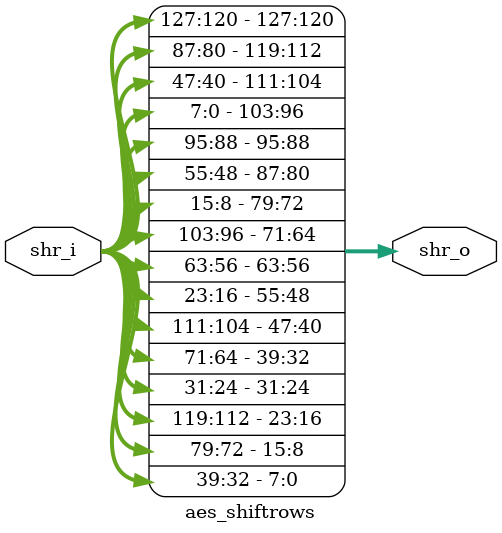
<source format=v>
module aes_shiftrows(
    input wire [127:0] shr_i,
    output wire [127:0] shr_o
);

assign shr_o = {
    shr_i[127:120], shr_i[ 87: 80], shr_i[ 47: 40], shr_i[  7:  0],
    shr_i[ 95: 88], shr_i[ 55: 48], shr_i[ 15:  8], shr_i[103: 96],
    shr_i[ 63: 56], shr_i[ 23: 16], shr_i[111:104], shr_i[ 71: 64],
    shr_i[ 31: 24], shr_i[119:112], shr_i[ 79: 72], shr_i[ 39: 32]
};

endmodule

</source>
